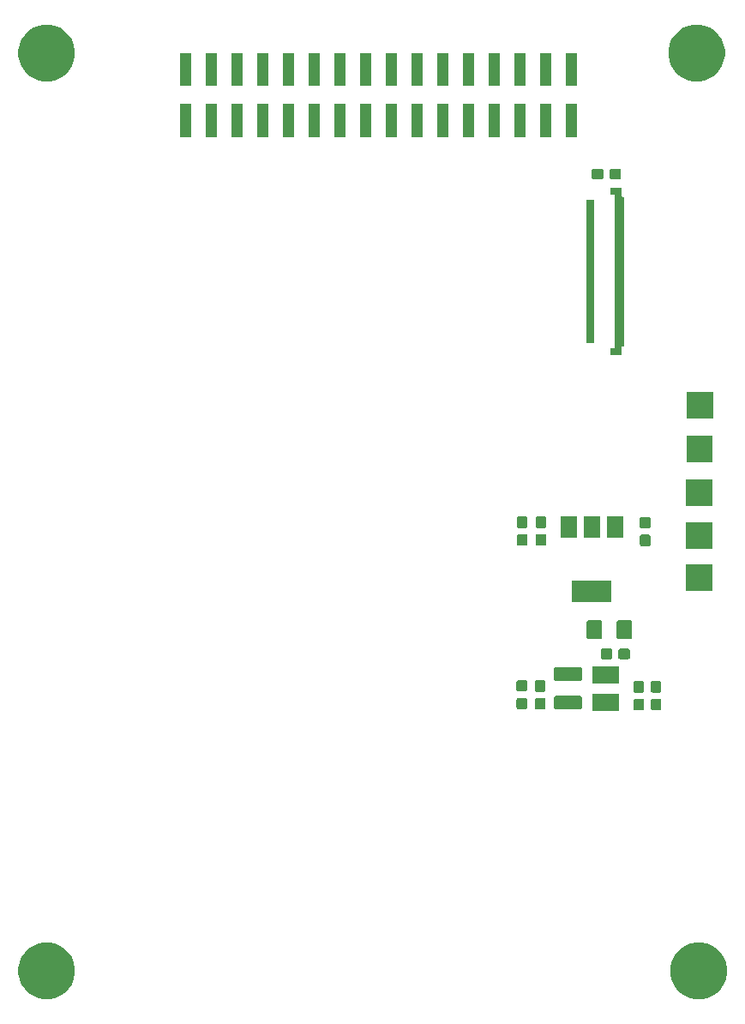
<source format=gbr>
G04 #@! TF.GenerationSoftware,KiCad,Pcbnew,(5.1.4)-1*
G04 #@! TF.CreationDate,2019-11-27T00:03:08+08:00*
G04 #@! TF.ProjectId,FH26W-45S-0.3SHW,46483236-572d-4343-9553-2d302e335348,rev?*
G04 #@! TF.SameCoordinates,Original*
G04 #@! TF.FileFunction,Soldermask,Bot*
G04 #@! TF.FilePolarity,Negative*
%FSLAX46Y46*%
G04 Gerber Fmt 4.6, Leading zero omitted, Abs format (unit mm)*
G04 Created by KiCad (PCBNEW (5.1.4)-1) date 2019-11-27 00:03:08*
%MOMM*%
%LPD*%
G04 APERTURE LIST*
%ADD10C,0.100000*%
G04 APERTURE END LIST*
D10*
G36*
X157217021Y-116906640D02*
G01*
X157726769Y-117117785D01*
X157726771Y-117117786D01*
X158185534Y-117424321D01*
X158575679Y-117814466D01*
X158882214Y-118273229D01*
X158882215Y-118273231D01*
X159093360Y-118782979D01*
X159201000Y-119324124D01*
X159201000Y-119875876D01*
X159093360Y-120417021D01*
X158882215Y-120926769D01*
X158882214Y-120926771D01*
X158575679Y-121385534D01*
X158185534Y-121775679D01*
X157726771Y-122082214D01*
X157726770Y-122082215D01*
X157726769Y-122082215D01*
X157217021Y-122293360D01*
X156675876Y-122401000D01*
X156124124Y-122401000D01*
X155582979Y-122293360D01*
X155073231Y-122082215D01*
X155073230Y-122082215D01*
X155073229Y-122082214D01*
X154614466Y-121775679D01*
X154224321Y-121385534D01*
X153917786Y-120926771D01*
X153917785Y-120926769D01*
X153706640Y-120417021D01*
X153599000Y-119875876D01*
X153599000Y-119324124D01*
X153706640Y-118782979D01*
X153917785Y-118273231D01*
X153917786Y-118273229D01*
X154224321Y-117814466D01*
X154614466Y-117424321D01*
X155073229Y-117117786D01*
X155073231Y-117117785D01*
X155582979Y-116906640D01*
X156124124Y-116799000D01*
X156675876Y-116799000D01*
X157217021Y-116906640D01*
X157217021Y-116906640D01*
G37*
G36*
X92817021Y-116906640D02*
G01*
X93326769Y-117117785D01*
X93326771Y-117117786D01*
X93785534Y-117424321D01*
X94175679Y-117814466D01*
X94482214Y-118273229D01*
X94482215Y-118273231D01*
X94693360Y-118782979D01*
X94801000Y-119324124D01*
X94801000Y-119875876D01*
X94693360Y-120417021D01*
X94482215Y-120926769D01*
X94482214Y-120926771D01*
X94175679Y-121385534D01*
X93785534Y-121775679D01*
X93326771Y-122082214D01*
X93326770Y-122082215D01*
X93326769Y-122082215D01*
X92817021Y-122293360D01*
X92275876Y-122401000D01*
X91724124Y-122401000D01*
X91182979Y-122293360D01*
X90673231Y-122082215D01*
X90673230Y-122082215D01*
X90673229Y-122082214D01*
X90214466Y-121775679D01*
X89824321Y-121385534D01*
X89517786Y-120926771D01*
X89517785Y-120926769D01*
X89306640Y-120417021D01*
X89199000Y-119875876D01*
X89199000Y-119324124D01*
X89306640Y-118782979D01*
X89517785Y-118273231D01*
X89517786Y-118273229D01*
X89824321Y-117814466D01*
X90214466Y-117424321D01*
X90673229Y-117117786D01*
X90673231Y-117117785D01*
X91182979Y-116906640D01*
X91724124Y-116799000D01*
X92275876Y-116799000D01*
X92817021Y-116906640D01*
X92817021Y-116906640D01*
G37*
G36*
X148566000Y-93951000D02*
G01*
X145914000Y-93951000D01*
X145914000Y-92289000D01*
X148566000Y-92289000D01*
X148566000Y-93951000D01*
X148566000Y-93951000D01*
G37*
G36*
X150854499Y-92748445D02*
G01*
X150891995Y-92759820D01*
X150926554Y-92778292D01*
X150956847Y-92803153D01*
X150981708Y-92833446D01*
X151000180Y-92868005D01*
X151011555Y-92905501D01*
X151016000Y-92950638D01*
X151016000Y-93689362D01*
X151011555Y-93734499D01*
X151000180Y-93771995D01*
X150981708Y-93806554D01*
X150956847Y-93836847D01*
X150926554Y-93861708D01*
X150891995Y-93880180D01*
X150854499Y-93891555D01*
X150809362Y-93896000D01*
X150170638Y-93896000D01*
X150125501Y-93891555D01*
X150088005Y-93880180D01*
X150053446Y-93861708D01*
X150023153Y-93836847D01*
X149998292Y-93806554D01*
X149979820Y-93771995D01*
X149968445Y-93734499D01*
X149964000Y-93689362D01*
X149964000Y-92950638D01*
X149968445Y-92905501D01*
X149979820Y-92868005D01*
X149998292Y-92833446D01*
X150023153Y-92803153D01*
X150053446Y-92778292D01*
X150088005Y-92759820D01*
X150125501Y-92748445D01*
X150170638Y-92744000D01*
X150809362Y-92744000D01*
X150854499Y-92748445D01*
X150854499Y-92748445D01*
G37*
G36*
X152554499Y-92738445D02*
G01*
X152591995Y-92749820D01*
X152626554Y-92768292D01*
X152656847Y-92793153D01*
X152681708Y-92823446D01*
X152700180Y-92858005D01*
X152711555Y-92895501D01*
X152716000Y-92940638D01*
X152716000Y-93679362D01*
X152711555Y-93724499D01*
X152700180Y-93761995D01*
X152681708Y-93796554D01*
X152656847Y-93826847D01*
X152626554Y-93851708D01*
X152591995Y-93870180D01*
X152554499Y-93881555D01*
X152509362Y-93886000D01*
X151870638Y-93886000D01*
X151825501Y-93881555D01*
X151788005Y-93870180D01*
X151753446Y-93851708D01*
X151723153Y-93826847D01*
X151698292Y-93796554D01*
X151679820Y-93761995D01*
X151668445Y-93724499D01*
X151664000Y-93679362D01*
X151664000Y-92940638D01*
X151668445Y-92895501D01*
X151679820Y-92858005D01*
X151698292Y-92823446D01*
X151723153Y-92793153D01*
X151753446Y-92768292D01*
X151788005Y-92749820D01*
X151825501Y-92738445D01*
X151870638Y-92734000D01*
X152509362Y-92734000D01*
X152554499Y-92738445D01*
X152554499Y-92738445D01*
G37*
G36*
X141114499Y-92658445D02*
G01*
X141151995Y-92669820D01*
X141186554Y-92688292D01*
X141216847Y-92713153D01*
X141241708Y-92743446D01*
X141260180Y-92778005D01*
X141271555Y-92815501D01*
X141276000Y-92860638D01*
X141276000Y-93599362D01*
X141271555Y-93644499D01*
X141260180Y-93681995D01*
X141241708Y-93716554D01*
X141216847Y-93746847D01*
X141186554Y-93771708D01*
X141151995Y-93790180D01*
X141114499Y-93801555D01*
X141069362Y-93806000D01*
X140430638Y-93806000D01*
X140385501Y-93801555D01*
X140348005Y-93790180D01*
X140313446Y-93771708D01*
X140283153Y-93746847D01*
X140258292Y-93716554D01*
X140239820Y-93681995D01*
X140228445Y-93644499D01*
X140224000Y-93599362D01*
X140224000Y-92860638D01*
X140228445Y-92815501D01*
X140239820Y-92778005D01*
X140258292Y-92743446D01*
X140283153Y-92713153D01*
X140313446Y-92688292D01*
X140348005Y-92669820D01*
X140385501Y-92658445D01*
X140430638Y-92654000D01*
X141069362Y-92654000D01*
X141114499Y-92658445D01*
X141114499Y-92658445D01*
G37*
G36*
X144708604Y-92448347D02*
G01*
X144745144Y-92459432D01*
X144778821Y-92477433D01*
X144808341Y-92501659D01*
X144832567Y-92531179D01*
X144850568Y-92564856D01*
X144861653Y-92601396D01*
X144866000Y-92645538D01*
X144866000Y-93594462D01*
X144861653Y-93638604D01*
X144850568Y-93675144D01*
X144832567Y-93708821D01*
X144808341Y-93738341D01*
X144778821Y-93762567D01*
X144745144Y-93780568D01*
X144708604Y-93791653D01*
X144664462Y-93796000D01*
X142315538Y-93796000D01*
X142271396Y-93791653D01*
X142234856Y-93780568D01*
X142201179Y-93762567D01*
X142171659Y-93738341D01*
X142147433Y-93708821D01*
X142129432Y-93675144D01*
X142118347Y-93638604D01*
X142114000Y-93594462D01*
X142114000Y-92645538D01*
X142118347Y-92601396D01*
X142129432Y-92564856D01*
X142147433Y-92531179D01*
X142171659Y-92501659D01*
X142201179Y-92477433D01*
X142234856Y-92459432D01*
X142271396Y-92448347D01*
X142315538Y-92444000D01*
X144664462Y-92444000D01*
X144708604Y-92448347D01*
X144708604Y-92448347D01*
G37*
G36*
X139294499Y-92648445D02*
G01*
X139331995Y-92659820D01*
X139366554Y-92678292D01*
X139396847Y-92703153D01*
X139421708Y-92733446D01*
X139440180Y-92768005D01*
X139451555Y-92805501D01*
X139456000Y-92850638D01*
X139456000Y-93589362D01*
X139451555Y-93634499D01*
X139440180Y-93671995D01*
X139421708Y-93706554D01*
X139396847Y-93736847D01*
X139366554Y-93761708D01*
X139331995Y-93780180D01*
X139294499Y-93791555D01*
X139249362Y-93796000D01*
X138610638Y-93796000D01*
X138565501Y-93791555D01*
X138528005Y-93780180D01*
X138493446Y-93761708D01*
X138463153Y-93736847D01*
X138438292Y-93706554D01*
X138419820Y-93671995D01*
X138408445Y-93634499D01*
X138404000Y-93589362D01*
X138404000Y-92850638D01*
X138408445Y-92805501D01*
X138419820Y-92768005D01*
X138438292Y-92733446D01*
X138463153Y-92703153D01*
X138493446Y-92678292D01*
X138528005Y-92659820D01*
X138565501Y-92648445D01*
X138610638Y-92644000D01*
X139249362Y-92644000D01*
X139294499Y-92648445D01*
X139294499Y-92648445D01*
G37*
G36*
X150854499Y-90998445D02*
G01*
X150891995Y-91009820D01*
X150926554Y-91028292D01*
X150956847Y-91053153D01*
X150981708Y-91083446D01*
X151000180Y-91118005D01*
X151011555Y-91155501D01*
X151016000Y-91200638D01*
X151016000Y-91939362D01*
X151011555Y-91984499D01*
X151000180Y-92021995D01*
X150981708Y-92056554D01*
X150956847Y-92086847D01*
X150926554Y-92111708D01*
X150891995Y-92130180D01*
X150854499Y-92141555D01*
X150809362Y-92146000D01*
X150170638Y-92146000D01*
X150125501Y-92141555D01*
X150088005Y-92130180D01*
X150053446Y-92111708D01*
X150023153Y-92086847D01*
X149998292Y-92056554D01*
X149979820Y-92021995D01*
X149968445Y-91984499D01*
X149964000Y-91939362D01*
X149964000Y-91200638D01*
X149968445Y-91155501D01*
X149979820Y-91118005D01*
X149998292Y-91083446D01*
X150023153Y-91053153D01*
X150053446Y-91028292D01*
X150088005Y-91009820D01*
X150125501Y-90998445D01*
X150170638Y-90994000D01*
X150809362Y-90994000D01*
X150854499Y-90998445D01*
X150854499Y-90998445D01*
G37*
G36*
X152554499Y-90988445D02*
G01*
X152591995Y-90999820D01*
X152626554Y-91018292D01*
X152656847Y-91043153D01*
X152681708Y-91073446D01*
X152700180Y-91108005D01*
X152711555Y-91145501D01*
X152716000Y-91190638D01*
X152716000Y-91929362D01*
X152711555Y-91974499D01*
X152700180Y-92011995D01*
X152681708Y-92046554D01*
X152656847Y-92076847D01*
X152626554Y-92101708D01*
X152591995Y-92120180D01*
X152554499Y-92131555D01*
X152509362Y-92136000D01*
X151870638Y-92136000D01*
X151825501Y-92131555D01*
X151788005Y-92120180D01*
X151753446Y-92101708D01*
X151723153Y-92076847D01*
X151698292Y-92046554D01*
X151679820Y-92011995D01*
X151668445Y-91974499D01*
X151664000Y-91929362D01*
X151664000Y-91190638D01*
X151668445Y-91145501D01*
X151679820Y-91108005D01*
X151698292Y-91073446D01*
X151723153Y-91043153D01*
X151753446Y-91018292D01*
X151788005Y-90999820D01*
X151825501Y-90988445D01*
X151870638Y-90984000D01*
X152509362Y-90984000D01*
X152554499Y-90988445D01*
X152554499Y-90988445D01*
G37*
G36*
X141114499Y-90908445D02*
G01*
X141151995Y-90919820D01*
X141186554Y-90938292D01*
X141216847Y-90963153D01*
X141241708Y-90993446D01*
X141260180Y-91028005D01*
X141271555Y-91065501D01*
X141276000Y-91110638D01*
X141276000Y-91849362D01*
X141271555Y-91894499D01*
X141260180Y-91931995D01*
X141241708Y-91966554D01*
X141216847Y-91996847D01*
X141186554Y-92021708D01*
X141151995Y-92040180D01*
X141114499Y-92051555D01*
X141069362Y-92056000D01*
X140430638Y-92056000D01*
X140385501Y-92051555D01*
X140348005Y-92040180D01*
X140313446Y-92021708D01*
X140283153Y-91996847D01*
X140258292Y-91966554D01*
X140239820Y-91931995D01*
X140228445Y-91894499D01*
X140224000Y-91849362D01*
X140224000Y-91110638D01*
X140228445Y-91065501D01*
X140239820Y-91028005D01*
X140258292Y-90993446D01*
X140283153Y-90963153D01*
X140313446Y-90938292D01*
X140348005Y-90919820D01*
X140385501Y-90908445D01*
X140430638Y-90904000D01*
X141069362Y-90904000D01*
X141114499Y-90908445D01*
X141114499Y-90908445D01*
G37*
G36*
X139294499Y-90898445D02*
G01*
X139331995Y-90909820D01*
X139366554Y-90928292D01*
X139396847Y-90953153D01*
X139421708Y-90983446D01*
X139440180Y-91018005D01*
X139451555Y-91055501D01*
X139456000Y-91100638D01*
X139456000Y-91839362D01*
X139451555Y-91884499D01*
X139440180Y-91921995D01*
X139421708Y-91956554D01*
X139396847Y-91986847D01*
X139366554Y-92011708D01*
X139331995Y-92030180D01*
X139294499Y-92041555D01*
X139249362Y-92046000D01*
X138610638Y-92046000D01*
X138565501Y-92041555D01*
X138528005Y-92030180D01*
X138493446Y-92011708D01*
X138463153Y-91986847D01*
X138438292Y-91956554D01*
X138419820Y-91921995D01*
X138408445Y-91884499D01*
X138404000Y-91839362D01*
X138404000Y-91100638D01*
X138408445Y-91055501D01*
X138419820Y-91018005D01*
X138438292Y-90983446D01*
X138463153Y-90953153D01*
X138493446Y-90928292D01*
X138528005Y-90909820D01*
X138565501Y-90898445D01*
X138610638Y-90894000D01*
X139249362Y-90894000D01*
X139294499Y-90898445D01*
X139294499Y-90898445D01*
G37*
G36*
X148566000Y-91251000D02*
G01*
X145914000Y-91251000D01*
X145914000Y-89589000D01*
X148566000Y-89589000D01*
X148566000Y-91251000D01*
X148566000Y-91251000D01*
G37*
G36*
X144708604Y-89648347D02*
G01*
X144745144Y-89659432D01*
X144778821Y-89677433D01*
X144808341Y-89701659D01*
X144832567Y-89731179D01*
X144850568Y-89764856D01*
X144861653Y-89801396D01*
X144866000Y-89845538D01*
X144866000Y-90794462D01*
X144861653Y-90838604D01*
X144850568Y-90875144D01*
X144832567Y-90908821D01*
X144808341Y-90938341D01*
X144778821Y-90962567D01*
X144745144Y-90980568D01*
X144708604Y-90991653D01*
X144664462Y-90996000D01*
X142315538Y-90996000D01*
X142271396Y-90991653D01*
X142234856Y-90980568D01*
X142201179Y-90962567D01*
X142171659Y-90938341D01*
X142147433Y-90908821D01*
X142129432Y-90875144D01*
X142118347Y-90838604D01*
X142114000Y-90794462D01*
X142114000Y-89845538D01*
X142118347Y-89801396D01*
X142129432Y-89764856D01*
X142147433Y-89731179D01*
X142171659Y-89701659D01*
X142201179Y-89677433D01*
X142234856Y-89659432D01*
X142271396Y-89648347D01*
X142315538Y-89644000D01*
X144664462Y-89644000D01*
X144708604Y-89648347D01*
X144708604Y-89648347D01*
G37*
G36*
X149454499Y-87798445D02*
G01*
X149491995Y-87809820D01*
X149526554Y-87828292D01*
X149556847Y-87853153D01*
X149581708Y-87883446D01*
X149600180Y-87918005D01*
X149611555Y-87955501D01*
X149616000Y-88000638D01*
X149616000Y-88639362D01*
X149611555Y-88684499D01*
X149600180Y-88721995D01*
X149581708Y-88756554D01*
X149556847Y-88786847D01*
X149526554Y-88811708D01*
X149491995Y-88830180D01*
X149454499Y-88841555D01*
X149409362Y-88846000D01*
X148670638Y-88846000D01*
X148625501Y-88841555D01*
X148588005Y-88830180D01*
X148553446Y-88811708D01*
X148523153Y-88786847D01*
X148498292Y-88756554D01*
X148479820Y-88721995D01*
X148468445Y-88684499D01*
X148464000Y-88639362D01*
X148464000Y-88000638D01*
X148468445Y-87955501D01*
X148479820Y-87918005D01*
X148498292Y-87883446D01*
X148523153Y-87853153D01*
X148553446Y-87828292D01*
X148588005Y-87809820D01*
X148625501Y-87798445D01*
X148670638Y-87794000D01*
X149409362Y-87794000D01*
X149454499Y-87798445D01*
X149454499Y-87798445D01*
G37*
G36*
X147704499Y-87798445D02*
G01*
X147741995Y-87809820D01*
X147776554Y-87828292D01*
X147806847Y-87853153D01*
X147831708Y-87883446D01*
X147850180Y-87918005D01*
X147861555Y-87955501D01*
X147866000Y-88000638D01*
X147866000Y-88639362D01*
X147861555Y-88684499D01*
X147850180Y-88721995D01*
X147831708Y-88756554D01*
X147806847Y-88786847D01*
X147776554Y-88811708D01*
X147741995Y-88830180D01*
X147704499Y-88841555D01*
X147659362Y-88846000D01*
X146920638Y-88846000D01*
X146875501Y-88841555D01*
X146838005Y-88830180D01*
X146803446Y-88811708D01*
X146773153Y-88786847D01*
X146748292Y-88756554D01*
X146729820Y-88721995D01*
X146718445Y-88684499D01*
X146714000Y-88639362D01*
X146714000Y-88000638D01*
X146718445Y-87955501D01*
X146729820Y-87918005D01*
X146748292Y-87883446D01*
X146773153Y-87853153D01*
X146803446Y-87828292D01*
X146838005Y-87809820D01*
X146875501Y-87798445D01*
X146920638Y-87794000D01*
X147659362Y-87794000D01*
X147704499Y-87798445D01*
X147704499Y-87798445D01*
G37*
G36*
X146703062Y-84998181D02*
G01*
X146737981Y-85008774D01*
X146770163Y-85025976D01*
X146798373Y-85049127D01*
X146821524Y-85077337D01*
X146838726Y-85109519D01*
X146849319Y-85144438D01*
X146853500Y-85186895D01*
X146853500Y-86653105D01*
X146849319Y-86695562D01*
X146838726Y-86730481D01*
X146821524Y-86762663D01*
X146798373Y-86790873D01*
X146770163Y-86814024D01*
X146737981Y-86831226D01*
X146703062Y-86841819D01*
X146660605Y-86846000D01*
X145519395Y-86846000D01*
X145476938Y-86841819D01*
X145442019Y-86831226D01*
X145409837Y-86814024D01*
X145381627Y-86790873D01*
X145358476Y-86762663D01*
X145341274Y-86730481D01*
X145330681Y-86695562D01*
X145326500Y-86653105D01*
X145326500Y-85186895D01*
X145330681Y-85144438D01*
X145341274Y-85109519D01*
X145358476Y-85077337D01*
X145381627Y-85049127D01*
X145409837Y-85025976D01*
X145442019Y-85008774D01*
X145476938Y-84998181D01*
X145519395Y-84994000D01*
X146660605Y-84994000D01*
X146703062Y-84998181D01*
X146703062Y-84998181D01*
G37*
G36*
X149678062Y-84998181D02*
G01*
X149712981Y-85008774D01*
X149745163Y-85025976D01*
X149773373Y-85049127D01*
X149796524Y-85077337D01*
X149813726Y-85109519D01*
X149824319Y-85144438D01*
X149828500Y-85186895D01*
X149828500Y-86653105D01*
X149824319Y-86695562D01*
X149813726Y-86730481D01*
X149796524Y-86762663D01*
X149773373Y-86790873D01*
X149745163Y-86814024D01*
X149712981Y-86831226D01*
X149678062Y-86841819D01*
X149635605Y-86846000D01*
X148494395Y-86846000D01*
X148451938Y-86841819D01*
X148417019Y-86831226D01*
X148384837Y-86814024D01*
X148356627Y-86790873D01*
X148333476Y-86762663D01*
X148316274Y-86730481D01*
X148305681Y-86695562D01*
X148301500Y-86653105D01*
X148301500Y-85186895D01*
X148305681Y-85144438D01*
X148316274Y-85109519D01*
X148333476Y-85077337D01*
X148356627Y-85049127D01*
X148384837Y-85025976D01*
X148417019Y-85008774D01*
X148451938Y-84998181D01*
X148494395Y-84994000D01*
X149635605Y-84994000D01*
X149678062Y-84998181D01*
X149678062Y-84998181D01*
G37*
G36*
X147801000Y-83161000D02*
G01*
X143899000Y-83161000D01*
X143899000Y-81059000D01*
X147801000Y-81059000D01*
X147801000Y-83161000D01*
X147801000Y-83161000D01*
G37*
G36*
X157751000Y-82091000D02*
G01*
X155149000Y-82091000D01*
X155149000Y-79489000D01*
X157751000Y-79489000D01*
X157751000Y-82091000D01*
X157751000Y-82091000D01*
G37*
G36*
X157751000Y-77931000D02*
G01*
X155149000Y-77931000D01*
X155149000Y-75329000D01*
X157751000Y-75329000D01*
X157751000Y-77931000D01*
X157751000Y-77931000D01*
G37*
G36*
X151484499Y-76533445D02*
G01*
X151521995Y-76544820D01*
X151556554Y-76563292D01*
X151586847Y-76588153D01*
X151611708Y-76618446D01*
X151630180Y-76653005D01*
X151641555Y-76690501D01*
X151646000Y-76735638D01*
X151646000Y-77474362D01*
X151641555Y-77519499D01*
X151630180Y-77556995D01*
X151611708Y-77591554D01*
X151586847Y-77621847D01*
X151556554Y-77646708D01*
X151521995Y-77665180D01*
X151484499Y-77676555D01*
X151439362Y-77681000D01*
X150800638Y-77681000D01*
X150755501Y-77676555D01*
X150718005Y-77665180D01*
X150683446Y-77646708D01*
X150653153Y-77621847D01*
X150628292Y-77591554D01*
X150609820Y-77556995D01*
X150598445Y-77519499D01*
X150594000Y-77474362D01*
X150594000Y-76735638D01*
X150598445Y-76690501D01*
X150609820Y-76653005D01*
X150628292Y-76618446D01*
X150653153Y-76588153D01*
X150683446Y-76563292D01*
X150718005Y-76544820D01*
X150755501Y-76533445D01*
X150800638Y-76529000D01*
X151439362Y-76529000D01*
X151484499Y-76533445D01*
X151484499Y-76533445D01*
G37*
G36*
X141184499Y-76498445D02*
G01*
X141221995Y-76509820D01*
X141256554Y-76528292D01*
X141286847Y-76553153D01*
X141311708Y-76583446D01*
X141330180Y-76618005D01*
X141341555Y-76655501D01*
X141346000Y-76700638D01*
X141346000Y-77439362D01*
X141341555Y-77484499D01*
X141330180Y-77521995D01*
X141311708Y-77556554D01*
X141286847Y-77586847D01*
X141256554Y-77611708D01*
X141221995Y-77630180D01*
X141184499Y-77641555D01*
X141139362Y-77646000D01*
X140500638Y-77646000D01*
X140455501Y-77641555D01*
X140418005Y-77630180D01*
X140383446Y-77611708D01*
X140353153Y-77586847D01*
X140328292Y-77556554D01*
X140309820Y-77521995D01*
X140298445Y-77484499D01*
X140294000Y-77439362D01*
X140294000Y-76700638D01*
X140298445Y-76655501D01*
X140309820Y-76618005D01*
X140328292Y-76583446D01*
X140353153Y-76553153D01*
X140383446Y-76528292D01*
X140418005Y-76509820D01*
X140455501Y-76498445D01*
X140500638Y-76494000D01*
X141139362Y-76494000D01*
X141184499Y-76498445D01*
X141184499Y-76498445D01*
G37*
G36*
X139334499Y-76498445D02*
G01*
X139371995Y-76509820D01*
X139406554Y-76528292D01*
X139436847Y-76553153D01*
X139461708Y-76583446D01*
X139480180Y-76618005D01*
X139491555Y-76655501D01*
X139496000Y-76700638D01*
X139496000Y-77439362D01*
X139491555Y-77484499D01*
X139480180Y-77521995D01*
X139461708Y-77556554D01*
X139436847Y-77586847D01*
X139406554Y-77611708D01*
X139371995Y-77630180D01*
X139334499Y-77641555D01*
X139289362Y-77646000D01*
X138650638Y-77646000D01*
X138605501Y-77641555D01*
X138568005Y-77630180D01*
X138533446Y-77611708D01*
X138503153Y-77586847D01*
X138478292Y-77556554D01*
X138459820Y-77521995D01*
X138448445Y-77484499D01*
X138444000Y-77439362D01*
X138444000Y-76700638D01*
X138448445Y-76655501D01*
X138459820Y-76618005D01*
X138478292Y-76583446D01*
X138503153Y-76553153D01*
X138533446Y-76528292D01*
X138568005Y-76509820D01*
X138605501Y-76498445D01*
X138650638Y-76494000D01*
X139289362Y-76494000D01*
X139334499Y-76498445D01*
X139334499Y-76498445D01*
G37*
G36*
X146651000Y-76861000D02*
G01*
X145049000Y-76861000D01*
X145049000Y-74759000D01*
X146651000Y-74759000D01*
X146651000Y-76861000D01*
X146651000Y-76861000D01*
G37*
G36*
X148951000Y-76861000D02*
G01*
X147349000Y-76861000D01*
X147349000Y-74759000D01*
X148951000Y-74759000D01*
X148951000Y-76861000D01*
X148951000Y-76861000D01*
G37*
G36*
X144351000Y-76861000D02*
G01*
X142749000Y-76861000D01*
X142749000Y-74759000D01*
X144351000Y-74759000D01*
X144351000Y-76861000D01*
X144351000Y-76861000D01*
G37*
G36*
X151484499Y-74783445D02*
G01*
X151521995Y-74794820D01*
X151556554Y-74813292D01*
X151586847Y-74838153D01*
X151611708Y-74868446D01*
X151630180Y-74903005D01*
X151641555Y-74940501D01*
X151646000Y-74985638D01*
X151646000Y-75724362D01*
X151641555Y-75769499D01*
X151630180Y-75806995D01*
X151611708Y-75841554D01*
X151586847Y-75871847D01*
X151556554Y-75896708D01*
X151521995Y-75915180D01*
X151484499Y-75926555D01*
X151439362Y-75931000D01*
X150800638Y-75931000D01*
X150755501Y-75926555D01*
X150718005Y-75915180D01*
X150683446Y-75896708D01*
X150653153Y-75871847D01*
X150628292Y-75841554D01*
X150609820Y-75806995D01*
X150598445Y-75769499D01*
X150594000Y-75724362D01*
X150594000Y-74985638D01*
X150598445Y-74940501D01*
X150609820Y-74903005D01*
X150628292Y-74868446D01*
X150653153Y-74838153D01*
X150683446Y-74813292D01*
X150718005Y-74794820D01*
X150755501Y-74783445D01*
X150800638Y-74779000D01*
X151439362Y-74779000D01*
X151484499Y-74783445D01*
X151484499Y-74783445D01*
G37*
G36*
X141184499Y-74748445D02*
G01*
X141221995Y-74759820D01*
X141256554Y-74778292D01*
X141286847Y-74803153D01*
X141311708Y-74833446D01*
X141330180Y-74868005D01*
X141341555Y-74905501D01*
X141346000Y-74950638D01*
X141346000Y-75689362D01*
X141341555Y-75734499D01*
X141330180Y-75771995D01*
X141311708Y-75806554D01*
X141286847Y-75836847D01*
X141256554Y-75861708D01*
X141221995Y-75880180D01*
X141184499Y-75891555D01*
X141139362Y-75896000D01*
X140500638Y-75896000D01*
X140455501Y-75891555D01*
X140418005Y-75880180D01*
X140383446Y-75861708D01*
X140353153Y-75836847D01*
X140328292Y-75806554D01*
X140309820Y-75771995D01*
X140298445Y-75734499D01*
X140294000Y-75689362D01*
X140294000Y-74950638D01*
X140298445Y-74905501D01*
X140309820Y-74868005D01*
X140328292Y-74833446D01*
X140353153Y-74803153D01*
X140383446Y-74778292D01*
X140418005Y-74759820D01*
X140455501Y-74748445D01*
X140500638Y-74744000D01*
X141139362Y-74744000D01*
X141184499Y-74748445D01*
X141184499Y-74748445D01*
G37*
G36*
X139334499Y-74748445D02*
G01*
X139371995Y-74759820D01*
X139406554Y-74778292D01*
X139436847Y-74803153D01*
X139461708Y-74833446D01*
X139480180Y-74868005D01*
X139491555Y-74905501D01*
X139496000Y-74950638D01*
X139496000Y-75689362D01*
X139491555Y-75734499D01*
X139480180Y-75771995D01*
X139461708Y-75806554D01*
X139436847Y-75836847D01*
X139406554Y-75861708D01*
X139371995Y-75880180D01*
X139334499Y-75891555D01*
X139289362Y-75896000D01*
X138650638Y-75896000D01*
X138605501Y-75891555D01*
X138568005Y-75880180D01*
X138533446Y-75861708D01*
X138503153Y-75836847D01*
X138478292Y-75806554D01*
X138459820Y-75771995D01*
X138448445Y-75734499D01*
X138444000Y-75689362D01*
X138444000Y-74950638D01*
X138448445Y-74905501D01*
X138459820Y-74868005D01*
X138478292Y-74833446D01*
X138503153Y-74803153D01*
X138533446Y-74778292D01*
X138568005Y-74759820D01*
X138605501Y-74748445D01*
X138650638Y-74744000D01*
X139289362Y-74744000D01*
X139334499Y-74748445D01*
X139334499Y-74748445D01*
G37*
G36*
X157751000Y-73711000D02*
G01*
X155149000Y-73711000D01*
X155149000Y-71109000D01*
X157751000Y-71109000D01*
X157751000Y-73711000D01*
X157751000Y-73711000D01*
G37*
G36*
X157791000Y-69381000D02*
G01*
X155189000Y-69381000D01*
X155189000Y-66779000D01*
X157791000Y-66779000D01*
X157791000Y-69381000D01*
X157791000Y-69381000D01*
G37*
G36*
X157801000Y-65081000D02*
G01*
X155199000Y-65081000D01*
X155199000Y-62479000D01*
X157801000Y-62479000D01*
X157801000Y-65081000D01*
X157801000Y-65081000D01*
G37*
G36*
X148801000Y-43079001D02*
G01*
X148803402Y-43103387D01*
X148810515Y-43126836D01*
X148822066Y-43148447D01*
X148837611Y-43167389D01*
X148856553Y-43182934D01*
X148878164Y-43194485D01*
X148901613Y-43201598D01*
X148925999Y-43204000D01*
X149061000Y-43204000D01*
X149061000Y-57936000D01*
X148925999Y-57936000D01*
X148901613Y-57938402D01*
X148878164Y-57945515D01*
X148856553Y-57957066D01*
X148837611Y-57972611D01*
X148822066Y-57991553D01*
X148810515Y-58013164D01*
X148803402Y-58036613D01*
X148801000Y-58060999D01*
X148801000Y-58826000D01*
X147699000Y-58826000D01*
X147699000Y-58174000D01*
X147984001Y-58174000D01*
X148008387Y-58171598D01*
X148031836Y-58164485D01*
X148053447Y-58152934D01*
X148072389Y-58137389D01*
X148087934Y-58118447D01*
X148099485Y-58096836D01*
X148106598Y-58073387D01*
X148109000Y-58049001D01*
X148109000Y-43090999D01*
X148106598Y-43066613D01*
X148099485Y-43043164D01*
X148087934Y-43021553D01*
X148072389Y-43002611D01*
X148053447Y-42987066D01*
X148031836Y-42975515D01*
X148008387Y-42968402D01*
X147984001Y-42966000D01*
X147699000Y-42966000D01*
X147699000Y-42314000D01*
X148801000Y-42314000D01*
X148801000Y-43079001D01*
X148801000Y-43079001D01*
G37*
G36*
X146101000Y-57611000D02*
G01*
X145299000Y-57611000D01*
X145299000Y-43529000D01*
X146101000Y-43529000D01*
X146101000Y-57611000D01*
X146101000Y-57611000D01*
G37*
G36*
X148574499Y-40428445D02*
G01*
X148611995Y-40439820D01*
X148646554Y-40458292D01*
X148676847Y-40483153D01*
X148701708Y-40513446D01*
X148720180Y-40548005D01*
X148731555Y-40585501D01*
X148736000Y-40630638D01*
X148736000Y-41269362D01*
X148731555Y-41314499D01*
X148720180Y-41351995D01*
X148701708Y-41386554D01*
X148676847Y-41416847D01*
X148646554Y-41441708D01*
X148611995Y-41460180D01*
X148574499Y-41471555D01*
X148529362Y-41476000D01*
X147790638Y-41476000D01*
X147745501Y-41471555D01*
X147708005Y-41460180D01*
X147673446Y-41441708D01*
X147643153Y-41416847D01*
X147618292Y-41386554D01*
X147599820Y-41351995D01*
X147588445Y-41314499D01*
X147584000Y-41269362D01*
X147584000Y-40630638D01*
X147588445Y-40585501D01*
X147599820Y-40548005D01*
X147618292Y-40513446D01*
X147643153Y-40483153D01*
X147673446Y-40458292D01*
X147708005Y-40439820D01*
X147745501Y-40428445D01*
X147790638Y-40424000D01*
X148529362Y-40424000D01*
X148574499Y-40428445D01*
X148574499Y-40428445D01*
G37*
G36*
X146824499Y-40428445D02*
G01*
X146861995Y-40439820D01*
X146896554Y-40458292D01*
X146926847Y-40483153D01*
X146951708Y-40513446D01*
X146970180Y-40548005D01*
X146981555Y-40585501D01*
X146986000Y-40630638D01*
X146986000Y-41269362D01*
X146981555Y-41314499D01*
X146970180Y-41351995D01*
X146951708Y-41386554D01*
X146926847Y-41416847D01*
X146896554Y-41441708D01*
X146861995Y-41460180D01*
X146824499Y-41471555D01*
X146779362Y-41476000D01*
X146040638Y-41476000D01*
X145995501Y-41471555D01*
X145958005Y-41460180D01*
X145923446Y-41441708D01*
X145893153Y-41416847D01*
X145868292Y-41386554D01*
X145849820Y-41351995D01*
X145838445Y-41314499D01*
X145834000Y-41269362D01*
X145834000Y-40630638D01*
X145838445Y-40585501D01*
X145849820Y-40548005D01*
X145868292Y-40513446D01*
X145893153Y-40483153D01*
X145923446Y-40458292D01*
X145958005Y-40439820D01*
X145995501Y-40428445D01*
X146040638Y-40424000D01*
X146779362Y-40424000D01*
X146824499Y-40428445D01*
X146824499Y-40428445D01*
G37*
G36*
X121551000Y-37301000D02*
G01*
X120449000Y-37301000D01*
X120449000Y-34049000D01*
X121551000Y-34049000D01*
X121551000Y-37301000D01*
X121551000Y-37301000D01*
G37*
G36*
X108851000Y-37301000D02*
G01*
X107749000Y-37301000D01*
X107749000Y-34049000D01*
X108851000Y-34049000D01*
X108851000Y-37301000D01*
X108851000Y-37301000D01*
G37*
G36*
X113931000Y-37301000D02*
G01*
X112829000Y-37301000D01*
X112829000Y-34049000D01*
X113931000Y-34049000D01*
X113931000Y-37301000D01*
X113931000Y-37301000D01*
G37*
G36*
X111391000Y-37301000D02*
G01*
X110289000Y-37301000D01*
X110289000Y-34049000D01*
X111391000Y-34049000D01*
X111391000Y-37301000D01*
X111391000Y-37301000D01*
G37*
G36*
X106311000Y-37301000D02*
G01*
X105209000Y-37301000D01*
X105209000Y-34049000D01*
X106311000Y-34049000D01*
X106311000Y-37301000D01*
X106311000Y-37301000D01*
G37*
G36*
X116471000Y-37301000D02*
G01*
X115369000Y-37301000D01*
X115369000Y-34049000D01*
X116471000Y-34049000D01*
X116471000Y-37301000D01*
X116471000Y-37301000D01*
G37*
G36*
X141871000Y-37301000D02*
G01*
X140769000Y-37301000D01*
X140769000Y-34049000D01*
X141871000Y-34049000D01*
X141871000Y-37301000D01*
X141871000Y-37301000D01*
G37*
G36*
X119011000Y-37301000D02*
G01*
X117909000Y-37301000D01*
X117909000Y-34049000D01*
X119011000Y-34049000D01*
X119011000Y-37301000D01*
X119011000Y-37301000D01*
G37*
G36*
X144411000Y-37301000D02*
G01*
X143309000Y-37301000D01*
X143309000Y-34049000D01*
X144411000Y-34049000D01*
X144411000Y-37301000D01*
X144411000Y-37301000D01*
G37*
G36*
X139331000Y-37301000D02*
G01*
X138229000Y-37301000D01*
X138229000Y-34049000D01*
X139331000Y-34049000D01*
X139331000Y-37301000D01*
X139331000Y-37301000D01*
G37*
G36*
X136791000Y-37301000D02*
G01*
X135689000Y-37301000D01*
X135689000Y-34049000D01*
X136791000Y-34049000D01*
X136791000Y-37301000D01*
X136791000Y-37301000D01*
G37*
G36*
X134251000Y-37301000D02*
G01*
X133149000Y-37301000D01*
X133149000Y-34049000D01*
X134251000Y-34049000D01*
X134251000Y-37301000D01*
X134251000Y-37301000D01*
G37*
G36*
X131711000Y-37301000D02*
G01*
X130609000Y-37301000D01*
X130609000Y-34049000D01*
X131711000Y-34049000D01*
X131711000Y-37301000D01*
X131711000Y-37301000D01*
G37*
G36*
X129171000Y-37301000D02*
G01*
X128069000Y-37301000D01*
X128069000Y-34049000D01*
X129171000Y-34049000D01*
X129171000Y-37301000D01*
X129171000Y-37301000D01*
G37*
G36*
X124091000Y-37301000D02*
G01*
X122989000Y-37301000D01*
X122989000Y-34049000D01*
X124091000Y-34049000D01*
X124091000Y-37301000D01*
X124091000Y-37301000D01*
G37*
G36*
X126631000Y-37301000D02*
G01*
X125529000Y-37301000D01*
X125529000Y-34049000D01*
X126631000Y-34049000D01*
X126631000Y-37301000D01*
X126631000Y-37301000D01*
G37*
G36*
X116471000Y-32251000D02*
G01*
X115369000Y-32251000D01*
X115369000Y-28999000D01*
X116471000Y-28999000D01*
X116471000Y-32251000D01*
X116471000Y-32251000D01*
G37*
G36*
X144411000Y-32251000D02*
G01*
X143309000Y-32251000D01*
X143309000Y-28999000D01*
X144411000Y-28999000D01*
X144411000Y-32251000D01*
X144411000Y-32251000D01*
G37*
G36*
X141871000Y-32251000D02*
G01*
X140769000Y-32251000D01*
X140769000Y-28999000D01*
X141871000Y-28999000D01*
X141871000Y-32251000D01*
X141871000Y-32251000D01*
G37*
G36*
X139331000Y-32251000D02*
G01*
X138229000Y-32251000D01*
X138229000Y-28999000D01*
X139331000Y-28999000D01*
X139331000Y-32251000D01*
X139331000Y-32251000D01*
G37*
G36*
X136791000Y-32251000D02*
G01*
X135689000Y-32251000D01*
X135689000Y-28999000D01*
X136791000Y-28999000D01*
X136791000Y-32251000D01*
X136791000Y-32251000D01*
G37*
G36*
X129171000Y-32251000D02*
G01*
X128069000Y-32251000D01*
X128069000Y-28999000D01*
X129171000Y-28999000D01*
X129171000Y-32251000D01*
X129171000Y-32251000D01*
G37*
G36*
X131711000Y-32251000D02*
G01*
X130609000Y-32251000D01*
X130609000Y-28999000D01*
X131711000Y-28999000D01*
X131711000Y-32251000D01*
X131711000Y-32251000D01*
G37*
G36*
X134251000Y-32251000D02*
G01*
X133149000Y-32251000D01*
X133149000Y-28999000D01*
X134251000Y-28999000D01*
X134251000Y-32251000D01*
X134251000Y-32251000D01*
G37*
G36*
X126631000Y-32251000D02*
G01*
X125529000Y-32251000D01*
X125529000Y-28999000D01*
X126631000Y-28999000D01*
X126631000Y-32251000D01*
X126631000Y-32251000D01*
G37*
G36*
X106311000Y-32251000D02*
G01*
X105209000Y-32251000D01*
X105209000Y-28999000D01*
X106311000Y-28999000D01*
X106311000Y-32251000D01*
X106311000Y-32251000D01*
G37*
G36*
X124091000Y-32251000D02*
G01*
X122989000Y-32251000D01*
X122989000Y-28999000D01*
X124091000Y-28999000D01*
X124091000Y-32251000D01*
X124091000Y-32251000D01*
G37*
G36*
X111391000Y-32251000D02*
G01*
X110289000Y-32251000D01*
X110289000Y-28999000D01*
X111391000Y-28999000D01*
X111391000Y-32251000D01*
X111391000Y-32251000D01*
G37*
G36*
X113931000Y-32251000D02*
G01*
X112829000Y-32251000D01*
X112829000Y-28999000D01*
X113931000Y-28999000D01*
X113931000Y-32251000D01*
X113931000Y-32251000D01*
G37*
G36*
X121551000Y-32251000D02*
G01*
X120449000Y-32251000D01*
X120449000Y-28999000D01*
X121551000Y-28999000D01*
X121551000Y-32251000D01*
X121551000Y-32251000D01*
G37*
G36*
X108851000Y-32251000D02*
G01*
X107749000Y-32251000D01*
X107749000Y-28999000D01*
X108851000Y-28999000D01*
X108851000Y-32251000D01*
X108851000Y-32251000D01*
G37*
G36*
X119011000Y-32251000D02*
G01*
X117909000Y-32251000D01*
X117909000Y-28999000D01*
X119011000Y-28999000D01*
X119011000Y-32251000D01*
X119011000Y-32251000D01*
G37*
G36*
X92817021Y-26306640D02*
G01*
X93326769Y-26517785D01*
X93326771Y-26517786D01*
X93785534Y-26824321D01*
X94175679Y-27214466D01*
X94482214Y-27673229D01*
X94482215Y-27673231D01*
X94693360Y-28182979D01*
X94801000Y-28724124D01*
X94801000Y-29275876D01*
X94693360Y-29817021D01*
X94482215Y-30326769D01*
X94482214Y-30326771D01*
X94175679Y-30785534D01*
X93785534Y-31175679D01*
X93326771Y-31482214D01*
X93326770Y-31482215D01*
X93326769Y-31482215D01*
X92817021Y-31693360D01*
X92275876Y-31801000D01*
X91724124Y-31801000D01*
X91182979Y-31693360D01*
X90673231Y-31482215D01*
X90673230Y-31482215D01*
X90673229Y-31482214D01*
X90214466Y-31175679D01*
X89824321Y-30785534D01*
X89517786Y-30326771D01*
X89517785Y-30326769D01*
X89306640Y-29817021D01*
X89199000Y-29275876D01*
X89199000Y-28724124D01*
X89306640Y-28182979D01*
X89517785Y-27673231D01*
X89517786Y-27673229D01*
X89824321Y-27214466D01*
X90214466Y-26824321D01*
X90673229Y-26517786D01*
X90673231Y-26517785D01*
X91182979Y-26306640D01*
X91724124Y-26199000D01*
X92275876Y-26199000D01*
X92817021Y-26306640D01*
X92817021Y-26306640D01*
G37*
G36*
X157017021Y-26306640D02*
G01*
X157526769Y-26517785D01*
X157526771Y-26517786D01*
X157985534Y-26824321D01*
X158375679Y-27214466D01*
X158682214Y-27673229D01*
X158682215Y-27673231D01*
X158893360Y-28182979D01*
X159001000Y-28724124D01*
X159001000Y-29275876D01*
X158893360Y-29817021D01*
X158682215Y-30326769D01*
X158682214Y-30326771D01*
X158375679Y-30785534D01*
X157985534Y-31175679D01*
X157526771Y-31482214D01*
X157526770Y-31482215D01*
X157526769Y-31482215D01*
X157017021Y-31693360D01*
X156475876Y-31801000D01*
X155924124Y-31801000D01*
X155382979Y-31693360D01*
X154873231Y-31482215D01*
X154873230Y-31482215D01*
X154873229Y-31482214D01*
X154414466Y-31175679D01*
X154024321Y-30785534D01*
X153717786Y-30326771D01*
X153717785Y-30326769D01*
X153506640Y-29817021D01*
X153399000Y-29275876D01*
X153399000Y-28724124D01*
X153506640Y-28182979D01*
X153717785Y-27673231D01*
X153717786Y-27673229D01*
X154024321Y-27214466D01*
X154414466Y-26824321D01*
X154873229Y-26517786D01*
X154873231Y-26517785D01*
X155382979Y-26306640D01*
X155924124Y-26199000D01*
X156475876Y-26199000D01*
X157017021Y-26306640D01*
X157017021Y-26306640D01*
G37*
M02*

</source>
